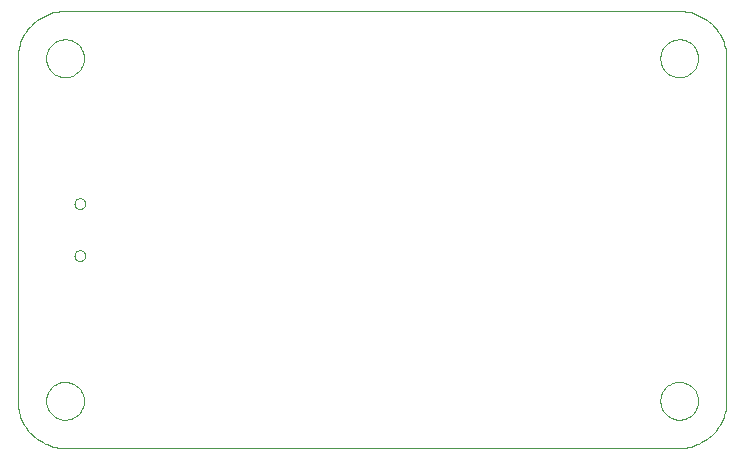
<source format=gko>
G75*
%MOIN*%
%OFA0B0*%
%FSLAX24Y24*%
%IPPOS*%
%LPD*%
%AMOC8*
5,1,8,0,0,1.08239X$1,22.5*
%
%ADD10C,0.0000*%
D10*
X005961Y004601D02*
X026434Y004601D01*
X025804Y006176D02*
X025806Y006226D01*
X025812Y006276D01*
X025822Y006325D01*
X025836Y006373D01*
X025853Y006420D01*
X025874Y006465D01*
X025899Y006509D01*
X025927Y006550D01*
X025959Y006589D01*
X025993Y006626D01*
X026030Y006660D01*
X026070Y006690D01*
X026112Y006717D01*
X026156Y006741D01*
X026202Y006762D01*
X026249Y006778D01*
X026297Y006791D01*
X026347Y006800D01*
X026396Y006805D01*
X026447Y006806D01*
X026497Y006803D01*
X026546Y006796D01*
X026595Y006785D01*
X026643Y006770D01*
X026689Y006752D01*
X026734Y006730D01*
X026777Y006704D01*
X026818Y006675D01*
X026857Y006643D01*
X026893Y006608D01*
X026925Y006570D01*
X026955Y006530D01*
X026982Y006487D01*
X027005Y006443D01*
X027024Y006397D01*
X027040Y006349D01*
X027052Y006300D01*
X027060Y006251D01*
X027064Y006201D01*
X027064Y006151D01*
X027060Y006101D01*
X027052Y006052D01*
X027040Y006003D01*
X027024Y005955D01*
X027005Y005909D01*
X026982Y005865D01*
X026955Y005822D01*
X026925Y005782D01*
X026893Y005744D01*
X026857Y005709D01*
X026818Y005677D01*
X026777Y005648D01*
X026734Y005622D01*
X026689Y005600D01*
X026643Y005582D01*
X026595Y005567D01*
X026546Y005556D01*
X026497Y005549D01*
X026447Y005546D01*
X026396Y005547D01*
X026347Y005552D01*
X026297Y005561D01*
X026249Y005574D01*
X026202Y005590D01*
X026156Y005611D01*
X026112Y005635D01*
X026070Y005662D01*
X026030Y005692D01*
X025993Y005726D01*
X025959Y005763D01*
X025927Y005802D01*
X025899Y005843D01*
X025874Y005887D01*
X025853Y005932D01*
X025836Y005979D01*
X025822Y006027D01*
X025812Y006076D01*
X025806Y006126D01*
X025804Y006176D01*
X026434Y004601D02*
X026511Y004603D01*
X026588Y004609D01*
X026665Y004618D01*
X026741Y004631D01*
X026817Y004648D01*
X026891Y004669D01*
X026965Y004693D01*
X027037Y004721D01*
X027107Y004752D01*
X027176Y004787D01*
X027244Y004825D01*
X027309Y004866D01*
X027372Y004911D01*
X027433Y004959D01*
X027492Y005009D01*
X027548Y005062D01*
X027601Y005118D01*
X027651Y005177D01*
X027699Y005238D01*
X027744Y005301D01*
X027785Y005366D01*
X027823Y005434D01*
X027858Y005503D01*
X027889Y005573D01*
X027917Y005645D01*
X027941Y005719D01*
X027962Y005793D01*
X027979Y005869D01*
X027992Y005945D01*
X028001Y006022D01*
X028007Y006099D01*
X028009Y006176D01*
X028009Y017593D01*
X025804Y017593D02*
X025806Y017643D01*
X025812Y017693D01*
X025822Y017742D01*
X025836Y017790D01*
X025853Y017837D01*
X025874Y017882D01*
X025899Y017926D01*
X025927Y017967D01*
X025959Y018006D01*
X025993Y018043D01*
X026030Y018077D01*
X026070Y018107D01*
X026112Y018134D01*
X026156Y018158D01*
X026202Y018179D01*
X026249Y018195D01*
X026297Y018208D01*
X026347Y018217D01*
X026396Y018222D01*
X026447Y018223D01*
X026497Y018220D01*
X026546Y018213D01*
X026595Y018202D01*
X026643Y018187D01*
X026689Y018169D01*
X026734Y018147D01*
X026777Y018121D01*
X026818Y018092D01*
X026857Y018060D01*
X026893Y018025D01*
X026925Y017987D01*
X026955Y017947D01*
X026982Y017904D01*
X027005Y017860D01*
X027024Y017814D01*
X027040Y017766D01*
X027052Y017717D01*
X027060Y017668D01*
X027064Y017618D01*
X027064Y017568D01*
X027060Y017518D01*
X027052Y017469D01*
X027040Y017420D01*
X027024Y017372D01*
X027005Y017326D01*
X026982Y017282D01*
X026955Y017239D01*
X026925Y017199D01*
X026893Y017161D01*
X026857Y017126D01*
X026818Y017094D01*
X026777Y017065D01*
X026734Y017039D01*
X026689Y017017D01*
X026643Y016999D01*
X026595Y016984D01*
X026546Y016973D01*
X026497Y016966D01*
X026447Y016963D01*
X026396Y016964D01*
X026347Y016969D01*
X026297Y016978D01*
X026249Y016991D01*
X026202Y017007D01*
X026156Y017028D01*
X026112Y017052D01*
X026070Y017079D01*
X026030Y017109D01*
X025993Y017143D01*
X025959Y017180D01*
X025927Y017219D01*
X025899Y017260D01*
X025874Y017304D01*
X025853Y017349D01*
X025836Y017396D01*
X025822Y017444D01*
X025812Y017493D01*
X025806Y017543D01*
X025804Y017593D01*
X026434Y019168D02*
X026511Y019166D01*
X026588Y019160D01*
X026665Y019151D01*
X026741Y019138D01*
X026817Y019121D01*
X026891Y019100D01*
X026965Y019076D01*
X027037Y019048D01*
X027107Y019017D01*
X027176Y018982D01*
X027244Y018944D01*
X027309Y018903D01*
X027372Y018858D01*
X027433Y018810D01*
X027492Y018760D01*
X027548Y018707D01*
X027601Y018651D01*
X027651Y018592D01*
X027699Y018531D01*
X027744Y018468D01*
X027785Y018403D01*
X027823Y018335D01*
X027858Y018266D01*
X027889Y018196D01*
X027917Y018124D01*
X027941Y018050D01*
X027962Y017976D01*
X027979Y017900D01*
X027992Y017824D01*
X028001Y017747D01*
X028007Y017670D01*
X028009Y017593D01*
X028007Y017670D01*
X028001Y017747D01*
X027992Y017824D01*
X027979Y017900D01*
X027962Y017976D01*
X027941Y018050D01*
X027917Y018124D01*
X027889Y018196D01*
X027858Y018266D01*
X027823Y018335D01*
X027785Y018403D01*
X027744Y018468D01*
X027699Y018531D01*
X027651Y018592D01*
X027601Y018651D01*
X027548Y018707D01*
X027492Y018760D01*
X027433Y018810D01*
X027372Y018858D01*
X027309Y018903D01*
X027244Y018944D01*
X027176Y018982D01*
X027107Y019017D01*
X027037Y019048D01*
X026965Y019076D01*
X026891Y019100D01*
X026817Y019121D01*
X026741Y019138D01*
X026665Y019151D01*
X026588Y019160D01*
X026511Y019166D01*
X026434Y019168D01*
X005961Y019168D01*
X005331Y017593D02*
X005333Y017643D01*
X005339Y017693D01*
X005349Y017742D01*
X005363Y017790D01*
X005380Y017837D01*
X005401Y017882D01*
X005426Y017926D01*
X005454Y017967D01*
X005486Y018006D01*
X005520Y018043D01*
X005557Y018077D01*
X005597Y018107D01*
X005639Y018134D01*
X005683Y018158D01*
X005729Y018179D01*
X005776Y018195D01*
X005824Y018208D01*
X005874Y018217D01*
X005923Y018222D01*
X005974Y018223D01*
X006024Y018220D01*
X006073Y018213D01*
X006122Y018202D01*
X006170Y018187D01*
X006216Y018169D01*
X006261Y018147D01*
X006304Y018121D01*
X006345Y018092D01*
X006384Y018060D01*
X006420Y018025D01*
X006452Y017987D01*
X006482Y017947D01*
X006509Y017904D01*
X006532Y017860D01*
X006551Y017814D01*
X006567Y017766D01*
X006579Y017717D01*
X006587Y017668D01*
X006591Y017618D01*
X006591Y017568D01*
X006587Y017518D01*
X006579Y017469D01*
X006567Y017420D01*
X006551Y017372D01*
X006532Y017326D01*
X006509Y017282D01*
X006482Y017239D01*
X006452Y017199D01*
X006420Y017161D01*
X006384Y017126D01*
X006345Y017094D01*
X006304Y017065D01*
X006261Y017039D01*
X006216Y017017D01*
X006170Y016999D01*
X006122Y016984D01*
X006073Y016973D01*
X006024Y016966D01*
X005974Y016963D01*
X005923Y016964D01*
X005874Y016969D01*
X005824Y016978D01*
X005776Y016991D01*
X005729Y017007D01*
X005683Y017028D01*
X005639Y017052D01*
X005597Y017079D01*
X005557Y017109D01*
X005520Y017143D01*
X005486Y017180D01*
X005454Y017219D01*
X005426Y017260D01*
X005401Y017304D01*
X005380Y017349D01*
X005363Y017396D01*
X005349Y017444D01*
X005339Y017493D01*
X005333Y017543D01*
X005331Y017593D01*
X004386Y017593D02*
X004388Y017670D01*
X004394Y017747D01*
X004403Y017824D01*
X004416Y017900D01*
X004433Y017976D01*
X004454Y018050D01*
X004478Y018124D01*
X004506Y018196D01*
X004537Y018266D01*
X004572Y018335D01*
X004610Y018403D01*
X004651Y018468D01*
X004696Y018531D01*
X004744Y018592D01*
X004794Y018651D01*
X004847Y018707D01*
X004903Y018760D01*
X004962Y018810D01*
X005023Y018858D01*
X005086Y018903D01*
X005151Y018944D01*
X005219Y018982D01*
X005288Y019017D01*
X005358Y019048D01*
X005430Y019076D01*
X005504Y019100D01*
X005578Y019121D01*
X005654Y019138D01*
X005730Y019151D01*
X005807Y019160D01*
X005884Y019166D01*
X005961Y019168D01*
X005884Y019166D01*
X005807Y019160D01*
X005730Y019151D01*
X005654Y019138D01*
X005578Y019121D01*
X005504Y019100D01*
X005430Y019076D01*
X005358Y019048D01*
X005288Y019017D01*
X005219Y018982D01*
X005151Y018944D01*
X005086Y018903D01*
X005023Y018858D01*
X004962Y018810D01*
X004903Y018760D01*
X004847Y018707D01*
X004794Y018651D01*
X004744Y018592D01*
X004696Y018531D01*
X004651Y018468D01*
X004610Y018403D01*
X004572Y018335D01*
X004537Y018266D01*
X004506Y018196D01*
X004478Y018124D01*
X004454Y018050D01*
X004433Y017976D01*
X004416Y017900D01*
X004403Y017824D01*
X004394Y017747D01*
X004388Y017670D01*
X004386Y017593D01*
X004387Y017593D02*
X004387Y006176D01*
X005331Y006176D02*
X005333Y006226D01*
X005339Y006276D01*
X005349Y006325D01*
X005363Y006373D01*
X005380Y006420D01*
X005401Y006465D01*
X005426Y006509D01*
X005454Y006550D01*
X005486Y006589D01*
X005520Y006626D01*
X005557Y006660D01*
X005597Y006690D01*
X005639Y006717D01*
X005683Y006741D01*
X005729Y006762D01*
X005776Y006778D01*
X005824Y006791D01*
X005874Y006800D01*
X005923Y006805D01*
X005974Y006806D01*
X006024Y006803D01*
X006073Y006796D01*
X006122Y006785D01*
X006170Y006770D01*
X006216Y006752D01*
X006261Y006730D01*
X006304Y006704D01*
X006345Y006675D01*
X006384Y006643D01*
X006420Y006608D01*
X006452Y006570D01*
X006482Y006530D01*
X006509Y006487D01*
X006532Y006443D01*
X006551Y006397D01*
X006567Y006349D01*
X006579Y006300D01*
X006587Y006251D01*
X006591Y006201D01*
X006591Y006151D01*
X006587Y006101D01*
X006579Y006052D01*
X006567Y006003D01*
X006551Y005955D01*
X006532Y005909D01*
X006509Y005865D01*
X006482Y005822D01*
X006452Y005782D01*
X006420Y005744D01*
X006384Y005709D01*
X006345Y005677D01*
X006304Y005648D01*
X006261Y005622D01*
X006216Y005600D01*
X006170Y005582D01*
X006122Y005567D01*
X006073Y005556D01*
X006024Y005549D01*
X005974Y005546D01*
X005923Y005547D01*
X005874Y005552D01*
X005824Y005561D01*
X005776Y005574D01*
X005729Y005590D01*
X005683Y005611D01*
X005639Y005635D01*
X005597Y005662D01*
X005557Y005692D01*
X005520Y005726D01*
X005486Y005763D01*
X005454Y005802D01*
X005426Y005843D01*
X005401Y005887D01*
X005380Y005932D01*
X005363Y005979D01*
X005349Y006027D01*
X005339Y006076D01*
X005333Y006126D01*
X005331Y006176D01*
X004386Y006176D02*
X004388Y006099D01*
X004394Y006022D01*
X004403Y005945D01*
X004416Y005869D01*
X004433Y005793D01*
X004454Y005719D01*
X004478Y005645D01*
X004506Y005573D01*
X004537Y005503D01*
X004572Y005434D01*
X004610Y005366D01*
X004651Y005301D01*
X004696Y005238D01*
X004744Y005177D01*
X004794Y005118D01*
X004847Y005062D01*
X004903Y005009D01*
X004962Y004959D01*
X005023Y004911D01*
X005086Y004866D01*
X005151Y004825D01*
X005219Y004787D01*
X005288Y004752D01*
X005358Y004721D01*
X005430Y004693D01*
X005504Y004669D01*
X005578Y004648D01*
X005654Y004631D01*
X005730Y004618D01*
X005807Y004609D01*
X005884Y004603D01*
X005961Y004601D01*
X005884Y004603D01*
X005807Y004609D01*
X005730Y004618D01*
X005654Y004631D01*
X005578Y004648D01*
X005504Y004669D01*
X005430Y004693D01*
X005358Y004721D01*
X005288Y004752D01*
X005219Y004787D01*
X005151Y004825D01*
X005086Y004866D01*
X005023Y004911D01*
X004962Y004959D01*
X004903Y005009D01*
X004847Y005062D01*
X004794Y005118D01*
X004744Y005177D01*
X004696Y005238D01*
X004651Y005301D01*
X004610Y005366D01*
X004572Y005434D01*
X004537Y005503D01*
X004506Y005573D01*
X004478Y005645D01*
X004454Y005719D01*
X004433Y005793D01*
X004416Y005869D01*
X004403Y005945D01*
X004394Y006022D01*
X004388Y006099D01*
X004386Y006176D01*
X006277Y011018D02*
X006279Y011044D01*
X006285Y011070D01*
X006295Y011095D01*
X006308Y011118D01*
X006324Y011138D01*
X006344Y011156D01*
X006366Y011171D01*
X006389Y011183D01*
X006415Y011191D01*
X006441Y011195D01*
X006467Y011195D01*
X006493Y011191D01*
X006519Y011183D01*
X006543Y011171D01*
X006564Y011156D01*
X006584Y011138D01*
X006600Y011118D01*
X006613Y011095D01*
X006623Y011070D01*
X006629Y011044D01*
X006631Y011018D01*
X006629Y010992D01*
X006623Y010966D01*
X006613Y010941D01*
X006600Y010918D01*
X006584Y010898D01*
X006564Y010880D01*
X006542Y010865D01*
X006519Y010853D01*
X006493Y010845D01*
X006467Y010841D01*
X006441Y010841D01*
X006415Y010845D01*
X006389Y010853D01*
X006365Y010865D01*
X006344Y010880D01*
X006324Y010898D01*
X006308Y010918D01*
X006295Y010941D01*
X006285Y010966D01*
X006279Y010992D01*
X006277Y011018D01*
X006277Y012750D02*
X006279Y012776D01*
X006285Y012802D01*
X006295Y012827D01*
X006308Y012850D01*
X006324Y012870D01*
X006344Y012888D01*
X006366Y012903D01*
X006389Y012915D01*
X006415Y012923D01*
X006441Y012927D01*
X006467Y012927D01*
X006493Y012923D01*
X006519Y012915D01*
X006543Y012903D01*
X006564Y012888D01*
X006584Y012870D01*
X006600Y012850D01*
X006613Y012827D01*
X006623Y012802D01*
X006629Y012776D01*
X006631Y012750D01*
X006629Y012724D01*
X006623Y012698D01*
X006613Y012673D01*
X006600Y012650D01*
X006584Y012630D01*
X006564Y012612D01*
X006542Y012597D01*
X006519Y012585D01*
X006493Y012577D01*
X006467Y012573D01*
X006441Y012573D01*
X006415Y012577D01*
X006389Y012585D01*
X006365Y012597D01*
X006344Y012612D01*
X006324Y012630D01*
X006308Y012650D01*
X006295Y012673D01*
X006285Y012698D01*
X006279Y012724D01*
X006277Y012750D01*
X026434Y004601D02*
X026511Y004603D01*
X026588Y004609D01*
X026665Y004618D01*
X026741Y004631D01*
X026817Y004648D01*
X026891Y004669D01*
X026965Y004693D01*
X027037Y004721D01*
X027107Y004752D01*
X027176Y004787D01*
X027244Y004825D01*
X027309Y004866D01*
X027372Y004911D01*
X027433Y004959D01*
X027492Y005009D01*
X027548Y005062D01*
X027601Y005118D01*
X027651Y005177D01*
X027699Y005238D01*
X027744Y005301D01*
X027785Y005366D01*
X027823Y005434D01*
X027858Y005503D01*
X027889Y005573D01*
X027917Y005645D01*
X027941Y005719D01*
X027962Y005793D01*
X027979Y005869D01*
X027992Y005945D01*
X028001Y006022D01*
X028007Y006099D01*
X028009Y006176D01*
M02*

</source>
